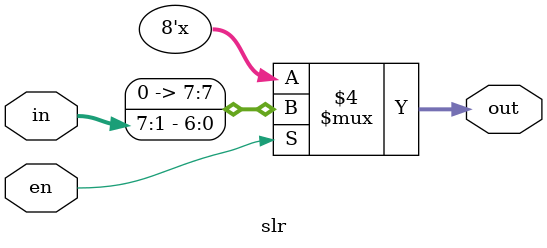
<source format=sv>

`timescale 1ns/100ps

`ifndef SLR
`define SLR

module slr #(
    parameter n = 8,  
    parameter shift = 1    
)(
  	input wire en,
  	input wire [n-1:0] in,  
  	output logic [n-1:0] out 
);
  
always @(*) begin
      if(en) begin
        out = in >> shift;
      end
      else begin
        out = {n{1'bz}};
      end
end
endmodule

`endif // SLR

</source>
